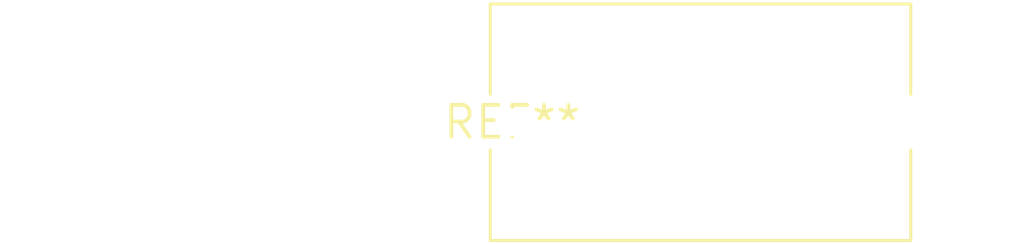
<source format=kicad_pcb>
(kicad_pcb (version 20240108) (generator pcbnew)
  (layers (0 "F.Cu" signal) (31 "B.Cu" signal) (34 "B.Paste" user) (35 "F.Paste" user) (36 "B.SilkS" user "B.Silkscreen") (37 "F.SilkS" user "F.Silkscreen") (38 "B.Mask" user) (39 "F.Mask" user) (44 "Edge.Cuts" user))
  (net 0 "")
  (footprint "C_Rect_L16.5mm_W9.2mm_P15.00mm_MKT" (layer "F.Cu") (at 0 0)
    (property "Reference" "REF**")
    (property "Value" "C_Rect_L16.5mm_W9.2mm_P15.00mm_MKT")
    (fp_line (start -0.87 -4.72) (end -0.87 -1.104) (layer "F.SilkS") (stroke (width 0.12)))
    (fp_line (start -0.87 -4.72) (end 15.87 -4.72) (layer "F.SilkS") (stroke (width 0.12)))
    (fp_line (start -0.87 1.104) (end -0.87 4.72) (layer "F.SilkS") (stroke (width 0.12)))
    (fp_line (start -0.87 4.72) (end 15.87 4.72) (layer "F.SilkS") (stroke (width 0.12)))
    (fp_line (start 15.87 -4.72) (end 15.87 -1.104) (layer "F.SilkS") (stroke (width 0.12)))
    (fp_line (start 15.87 1.104) (end 15.87 4.72) (layer "F.SilkS") (stroke (width 0.12)))
    (pad "1" thru_hole circle (at 0 0) (size 2.2 2.2) (drill 1.1) (layers *.Cu *.Mask) (remove_unused_layers))
    (pad "2" thru_hole circle (at 15 0) (size 2.2 2.2) (drill 1.1) (layers *.Cu *.Mask) (remove_unused_layers))
  )
)
</source>
